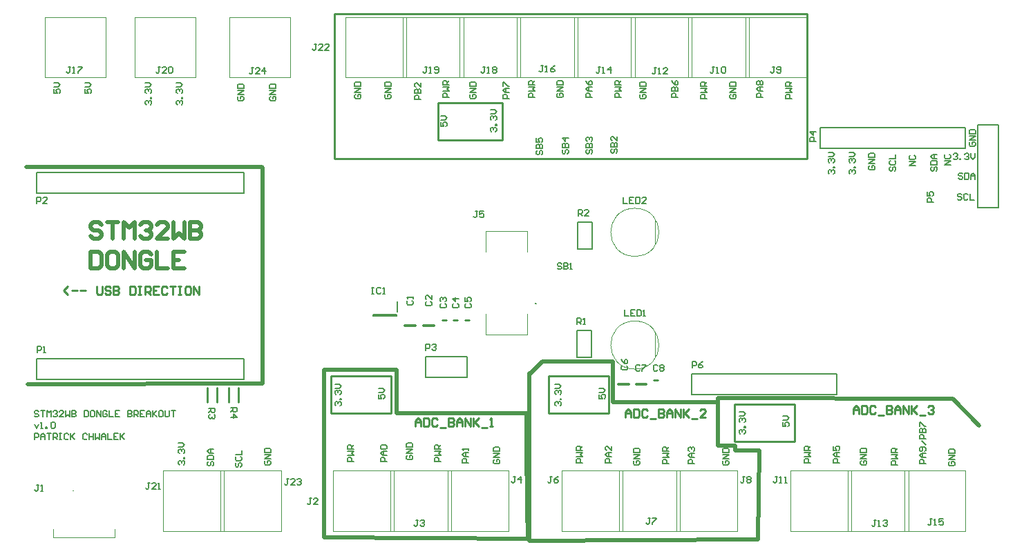
<source format=gto>
G04*
G04 #@! TF.GenerationSoftware,Altium Limited,Altium Designer,21.0.9 (235)*
G04*
G04 Layer_Color=65535*
%FSLAX25Y25*%
%MOIN*%
G70*
G04*
G04 #@! TF.SameCoordinates,A275BC4C-76E1-47BA-AFC5-B931A1449514*
G04*
G04*
G04 #@! TF.FilePolarity,Positive*
G04*
G01*
G75*
%ADD10C,0.00394*%
%ADD11C,0.00787*%
%ADD12C,0.01000*%
%ADD13C,0.02000*%
%ADD14C,0.01200*%
%ADD15C,0.00800*%
%ADD16C,0.00600*%
D10*
X392000Y234886D02*
G03*
X392000Y258114I0J11614D01*
G01*
D02*
G03*
X392000Y234886I0J-11614D01*
G01*
Y180386D02*
G03*
X392000Y203614I0J11614D01*
G01*
D02*
G03*
X392000Y180386I0J-11614D01*
G01*
X121327Y121476D02*
G03*
X120933Y121476I-197J0D01*
G01*
D02*
G03*
X121327Y121476I197J0D01*
G01*
X401842Y240595D02*
Y252406D01*
Y186094D02*
Y197906D01*
X474661Y321252D02*
Y350386D01*
X445331D02*
X474661D01*
X445331Y321252D02*
Y350386D01*
Y321252D02*
X474661D01*
X447102D02*
Y350386D01*
X417772D02*
X447102D01*
X417772Y321252D02*
Y350386D01*
Y321252D02*
X447102D01*
X419543D02*
Y350386D01*
X390213D02*
X419543D01*
X390213Y321252D02*
Y350386D01*
Y321252D02*
X419543D01*
X391984D02*
Y350386D01*
X362653D02*
X391984D01*
X362653Y321252D02*
Y350386D01*
Y321252D02*
X391984D01*
X364425D02*
Y350386D01*
X335094D02*
X364425D01*
X335094Y321252D02*
Y350386D01*
Y321252D02*
X364425D01*
X336866D02*
Y350386D01*
X307535D02*
X336866D01*
X307535Y321252D02*
Y350386D01*
Y321252D02*
X336866D01*
X309307D02*
Y350386D01*
X279976D02*
X309307D01*
X279976Y321252D02*
Y350386D01*
Y321252D02*
X309307D01*
X281748D02*
Y350386D01*
X252417D02*
X281748D01*
X252417Y321252D02*
Y350386D01*
Y321252D02*
X281748D01*
X225661D02*
Y350386D01*
X196331D02*
X225661D01*
X196331Y321252D02*
Y350386D01*
Y321252D02*
X225661D01*
X180161D02*
Y350386D01*
X150831D02*
X180161D01*
X150831Y321252D02*
Y350386D01*
Y321252D02*
X180161D01*
X136661D02*
Y350386D01*
X107331D02*
X136661D01*
X107331Y321252D02*
Y350386D01*
Y321252D02*
X136661D01*
X467031Y102114D02*
Y131248D01*
Y102114D02*
X496362D01*
Y131248D01*
X467031D02*
X496362D01*
X522150Y102114D02*
Y131248D01*
Y102114D02*
X551480D01*
Y131248D01*
X522150D02*
X551480D01*
X494591Y102114D02*
Y131248D01*
Y102114D02*
X523921D01*
Y131248D01*
X494591D02*
X523921D01*
X411913Y102114D02*
Y131248D01*
Y102114D02*
X441244D01*
Y131248D01*
X411913D02*
X441244D01*
X384354Y102114D02*
Y131248D01*
Y102114D02*
X413685D01*
Y131248D01*
X384354D02*
X413685D01*
X356795Y102114D02*
Y131248D01*
Y102114D02*
X386126D01*
Y131248D01*
X356795D02*
X386126D01*
X301677Y102114D02*
Y131248D01*
Y102114D02*
X331008D01*
Y131248D01*
X301677D02*
X331008D01*
X274118Y102114D02*
Y131248D01*
Y102114D02*
X303449D01*
Y131248D01*
X274118D02*
X303449D01*
X246559Y102114D02*
Y131248D01*
Y102114D02*
X275890D01*
Y131248D01*
X246559D02*
X275890D01*
X192118Y102114D02*
Y131248D01*
Y102114D02*
X221449D01*
Y131248D01*
X192118D02*
X221449D01*
X164559Y102114D02*
Y131248D01*
Y102114D02*
X193890D01*
Y131248D01*
X164559D02*
X193890D01*
X111484Y99035D02*
Y102972D01*
Y99035D02*
X141012D01*
Y102972D01*
X320138Y197000D02*
Y207000D01*
Y197000D02*
X340216Y197098D01*
Y207000D01*
X320138Y237000D02*
Y246902D01*
X340216Y247000D01*
Y237000D02*
Y247000D01*
D11*
X343957Y212000D02*
G03*
X344350Y212000I197J0D01*
G01*
D02*
G03*
X343957Y212000I-197J0D01*
G01*
X203500Y265500D02*
Y275500D01*
X103500Y265500D02*
X203500D01*
X103500D02*
Y275500D01*
X111000D01*
X203500D01*
X551500Y287000D02*
Y297000D01*
X481500Y287000D02*
X551500D01*
X481500D02*
Y297000D01*
X551500D01*
X557500Y258500D02*
X567500D01*
X557500D02*
Y298500D01*
X567500Y258500D02*
Y298500D01*
X557500D02*
X567500D01*
X419500Y178000D02*
X489500D01*
X419500Y168000D02*
Y178000D01*
Y168000D02*
X489500D01*
Y178000D01*
X111000Y185500D02*
X203500D01*
X103500D02*
X111000D01*
X103500Y175500D02*
Y185500D01*
Y175500D02*
X203500D01*
Y185500D01*
X277130Y206205D02*
Y206795D01*
X265870Y206205D02*
X277130D01*
X265870D02*
Y206795D01*
X277130D01*
X277504Y208173D02*
Y213094D01*
X291000Y176500D02*
Y186500D01*
X311000D01*
Y176500D02*
Y186500D01*
X291000Y176500D02*
X311000D01*
D12*
X440000Y145500D02*
X469000D01*
X440000Y163500D02*
X469000D01*
Y145500D02*
Y163500D01*
X440000Y145500D02*
Y163500D01*
X247000Y282000D02*
X475000D01*
X247000Y352000D02*
X475000D01*
Y282000D02*
Y352000D01*
X247000Y282000D02*
Y352000D01*
X297000Y291000D02*
X328000D01*
X297000Y309000D02*
X328000D01*
Y291000D02*
Y309000D01*
X297000Y291000D02*
Y309000D01*
X350500Y159000D02*
X379500D01*
X350500Y177000D02*
X379500D01*
Y159000D02*
Y177000D01*
X350500Y159000D02*
Y177000D01*
X245500Y159000D02*
X274500D01*
X245500Y177000D02*
X274500D01*
Y159000D02*
Y177000D01*
X245500Y159000D02*
Y177000D01*
X401000Y174999D02*
X403000D01*
X310000Y203999D02*
X312000D01*
X304500D02*
X306500D01*
X299000D02*
X301000D01*
X190362Y164457D02*
Y171543D01*
X185638Y164457D02*
Y171543D01*
X200862Y164457D02*
Y171543D01*
X196138Y164457D02*
Y171543D01*
X118499Y216500D02*
X116500Y218499D01*
X118499Y220499D01*
X120499Y218499D02*
X123164D01*
X124497D02*
X127163D01*
X132495Y220499D02*
Y217166D01*
X133161Y216500D01*
X134494D01*
X135161Y217166D01*
Y220499D01*
X139159Y219832D02*
X138493Y220499D01*
X137160D01*
X136494Y219832D01*
Y219166D01*
X137160Y218499D01*
X138493D01*
X139159Y217833D01*
Y217166D01*
X138493Y216500D01*
X137160D01*
X136494Y217166D01*
X140492Y220499D02*
Y216500D01*
X142492D01*
X143158Y217166D01*
Y217833D01*
X142492Y218499D01*
X140492D01*
X142492D01*
X143158Y219166D01*
Y219832D01*
X142492Y220499D01*
X140492D01*
X148490D02*
Y216500D01*
X150489D01*
X151155Y217166D01*
Y219832D01*
X150489Y220499D01*
X148490D01*
X152488D02*
X153821D01*
X153155D01*
Y216500D01*
X152488D01*
X153821D01*
X155821D02*
Y220499D01*
X157820D01*
X158486Y219832D01*
Y218499D01*
X157820Y217833D01*
X155821D01*
X157153D02*
X158486Y216500D01*
X162485Y220499D02*
X159819D01*
Y216500D01*
X162485D01*
X159819Y218499D02*
X161152D01*
X166484Y219832D02*
X165817Y220499D01*
X164485D01*
X163818Y219832D01*
Y217166D01*
X164485Y216500D01*
X165817D01*
X166484Y217166D01*
X167817Y220499D02*
X170483D01*
X169150D01*
Y216500D01*
X171816Y220499D02*
X173148D01*
X172482D01*
Y216500D01*
X171816D01*
X173148D01*
X177147Y220499D02*
X175814D01*
X175148Y219832D01*
Y217166D01*
X175814Y216500D01*
X177147D01*
X177814Y217166D01*
Y219832D01*
X177147Y220499D01*
X179147Y216500D02*
Y220499D01*
X181812Y216500D01*
Y220499D01*
X497500Y158667D02*
Y161332D01*
X498833Y162665D01*
X500166Y161332D01*
Y158667D01*
Y160666D01*
X497500D01*
X501499Y162665D02*
Y158667D01*
X503498D01*
X504165Y159333D01*
Y161999D01*
X503498Y162665D01*
X501499D01*
X508163Y161999D02*
X507497Y162665D01*
X506164D01*
X505497Y161999D01*
Y159333D01*
X506164Y158667D01*
X507497D01*
X508163Y159333D01*
X509496Y158000D02*
X512162D01*
X513495Y162665D02*
Y158667D01*
X515494D01*
X516161Y159333D01*
Y159999D01*
X515494Y160666D01*
X513495D01*
X515494D01*
X516161Y161332D01*
Y161999D01*
X515494Y162665D01*
X513495D01*
X517493Y158667D02*
Y161332D01*
X518826Y162665D01*
X520159Y161332D01*
Y158667D01*
Y160666D01*
X517493D01*
X521492Y158667D02*
Y162665D01*
X524158Y158667D01*
Y162665D01*
X525491D02*
Y158667D01*
Y159999D01*
X528157Y162665D01*
X526157Y160666D01*
X528157Y158667D01*
X529490Y158000D02*
X532156D01*
X533488Y161999D02*
X534155Y162665D01*
X535488D01*
X536154Y161999D01*
Y161332D01*
X535488Y160666D01*
X534821D01*
X535488D01*
X536154Y159999D01*
Y159333D01*
X535488Y158667D01*
X534155D01*
X533488Y159333D01*
X387500Y157167D02*
Y159832D01*
X388833Y161165D01*
X390166Y159832D01*
Y157167D01*
Y159166D01*
X387500D01*
X391499Y161165D02*
Y157167D01*
X393498D01*
X394164Y157833D01*
Y160499D01*
X393498Y161165D01*
X391499D01*
X398163Y160499D02*
X397497Y161165D01*
X396164D01*
X395497Y160499D01*
Y157833D01*
X396164Y157167D01*
X397497D01*
X398163Y157833D01*
X399496Y156500D02*
X402162D01*
X403495Y161165D02*
Y157167D01*
X405494D01*
X406161Y157833D01*
Y158499D01*
X405494Y159166D01*
X403495D01*
X405494D01*
X406161Y159832D01*
Y160499D01*
X405494Y161165D01*
X403495D01*
X407494Y157167D02*
Y159832D01*
X408826Y161165D01*
X410159Y159832D01*
Y157167D01*
Y159166D01*
X407494D01*
X411492Y157167D02*
Y161165D01*
X414158Y157167D01*
Y161165D01*
X415491D02*
Y157167D01*
Y158499D01*
X418157Y161165D01*
X416157Y159166D01*
X418157Y157167D01*
X419490Y156500D02*
X422156D01*
X426154Y157167D02*
X423488D01*
X426154Y159832D01*
Y160499D01*
X425488Y161165D01*
X424155D01*
X423488Y160499D01*
X286000Y152666D02*
Y155332D01*
X287333Y156665D01*
X288666Y155332D01*
Y152666D01*
Y154666D01*
X286000D01*
X289999Y156665D02*
Y152666D01*
X291998D01*
X292665Y153333D01*
Y155999D01*
X291998Y156665D01*
X289999D01*
X296663Y155999D02*
X295997Y156665D01*
X294664D01*
X293997Y155999D01*
Y153333D01*
X294664Y152666D01*
X295997D01*
X296663Y153333D01*
X297996Y152000D02*
X300662D01*
X301995Y156665D02*
Y152666D01*
X303994D01*
X304661Y153333D01*
Y153999D01*
X303994Y154666D01*
X301995D01*
X303994D01*
X304661Y155332D01*
Y155999D01*
X303994Y156665D01*
X301995D01*
X305994Y152666D02*
Y155332D01*
X307327Y156665D01*
X308659Y155332D01*
Y152666D01*
Y154666D01*
X305994D01*
X309992Y152666D02*
Y156665D01*
X312658Y152666D01*
Y156665D01*
X313991D02*
Y152666D01*
Y153999D01*
X316657Y156665D01*
X314657Y154666D01*
X316657Y152666D01*
X317990Y152000D02*
X320655D01*
X321988Y152666D02*
X323321D01*
X322655D01*
Y156665D01*
X321988Y155999D01*
D13*
X341197Y97469D02*
Y178500D01*
X98500Y278000D02*
X107518Y278040D01*
X212500Y173500D02*
Y277500D01*
X212047Y277953D02*
X212500Y277500D01*
X107606Y277953D02*
X212047D01*
X107518Y278040D02*
X107606Y277953D01*
X99000Y173000D02*
X212500Y173500D01*
X340125Y113628D02*
X340248Y98504D01*
X339756Y159000D02*
X339879Y143876D01*
X339879Y143876D01*
X277000Y159000D02*
X339756D01*
X277000D02*
Y180000D01*
X242000Y99000D02*
Y180000D01*
X277000D01*
X545500Y166000D02*
X558000Y153000D01*
X432000Y166500D02*
X545500Y166000D01*
X432000Y164500D02*
Y166500D01*
X347500Y184000D02*
X381500D01*
X341197Y177697D02*
X347500Y184000D01*
X341197Y177697D02*
Y178500D01*
X381500Y164500D02*
Y184000D01*
Y164500D02*
X432000D01*
Y143500D02*
Y164500D01*
Y143500D02*
X440500D01*
Y142500D02*
Y143500D01*
Y141000D02*
Y142500D01*
Y141000D02*
X452000D01*
X451500Y98000D02*
X452000Y141000D01*
X448500Y98000D02*
X451500D01*
X341197Y97469D02*
X448500Y98000D01*
X339879Y143876D02*
X340125Y113628D01*
X242000Y99000D02*
X340248Y98504D01*
X134832Y250061D02*
X133499Y251394D01*
X130833D01*
X129500Y250061D01*
Y248728D01*
X130833Y247396D01*
X133499D01*
X134832Y246063D01*
Y244730D01*
X133499Y243397D01*
X130833D01*
X129500Y244730D01*
X137497Y251394D02*
X142829D01*
X140163D01*
Y243397D01*
X145495D02*
Y251394D01*
X148161Y248728D01*
X150826Y251394D01*
Y243397D01*
X153492Y250061D02*
X154825Y251394D01*
X157491D01*
X158824Y250061D01*
Y248728D01*
X157491Y247396D01*
X156158D01*
X157491D01*
X158824Y246063D01*
Y244730D01*
X157491Y243397D01*
X154825D01*
X153492Y244730D01*
X166821Y243397D02*
X161490D01*
X166821Y248728D01*
Y250061D01*
X165488Y251394D01*
X162822D01*
X161490Y250061D01*
X169487Y251394D02*
Y243397D01*
X172153Y246063D01*
X174819Y243397D01*
Y251394D01*
X177485D02*
Y243397D01*
X181483D01*
X182816Y244730D01*
Y246063D01*
X181483Y247396D01*
X177485D01*
X181483D01*
X182816Y248728D01*
Y250061D01*
X181483Y251394D01*
X177485D01*
X129500Y236997D02*
Y229000D01*
X133499D01*
X134832Y230333D01*
Y235665D01*
X133499Y236997D01*
X129500D01*
X141496D02*
X138830D01*
X137497Y235665D01*
Y230333D01*
X138830Y229000D01*
X141496D01*
X142829Y230333D01*
Y235665D01*
X141496Y236997D01*
X145495Y229000D02*
Y236997D01*
X150826Y229000D01*
Y236997D01*
X158824Y235665D02*
X157491Y236997D01*
X154825D01*
X153492Y235665D01*
Y230333D01*
X154825Y229000D01*
X157491D01*
X158824Y230333D01*
Y232999D01*
X156158D01*
X161490Y236997D02*
Y229000D01*
X166821D01*
X174819Y236997D02*
X169487D01*
Y229000D01*
X174819D01*
X169487Y232999D02*
X172153D01*
D14*
X392579Y173000D02*
X397500D01*
X384079D02*
X389000D01*
X281040Y201501D02*
X285961D01*
X290039D02*
X294960D01*
D15*
X364000Y199000D02*
X371000D01*
Y186000D02*
Y199000D01*
X364000Y186000D02*
X371000D01*
X364000D02*
Y199000D01*
X364500Y251500D02*
X371500D01*
Y238500D02*
Y251500D01*
X364500Y238500D02*
X371500D01*
X364500D02*
Y251500D01*
X104299Y159837D02*
X103799Y160337D01*
X102800D01*
X102300Y159837D01*
Y159337D01*
X102800Y158837D01*
X103799D01*
X104299Y158337D01*
Y157837D01*
X103799Y157338D01*
X102800D01*
X102300Y157837D01*
X105299Y160337D02*
X107298D01*
X106299D01*
Y157338D01*
X108298D02*
Y160337D01*
X109298Y159337D01*
X110297Y160337D01*
Y157338D01*
X111297Y159837D02*
X111797Y160337D01*
X112797D01*
X113296Y159837D01*
Y159337D01*
X112797Y158837D01*
X112297D01*
X112797D01*
X113296Y158337D01*
Y157837D01*
X112797Y157338D01*
X111797D01*
X111297Y157837D01*
X116296Y157338D02*
X114296D01*
X116296Y159337D01*
Y159837D01*
X115796Y160337D01*
X114796D01*
X114296Y159837D01*
X117295Y160337D02*
Y157338D01*
X118295Y158337D01*
X119295Y157338D01*
Y160337D01*
X120294D02*
Y157338D01*
X121794D01*
X122293Y157837D01*
Y158337D01*
X121794Y158837D01*
X120294D01*
X121794D01*
X122293Y159337D01*
Y159837D01*
X121794Y160337D01*
X120294D01*
X126292D02*
Y157338D01*
X127792D01*
X128292Y157837D01*
Y159837D01*
X127792Y160337D01*
X126292D01*
X130791D02*
X129791D01*
X129291Y159837D01*
Y157837D01*
X129791Y157338D01*
X130791D01*
X131291Y157837D01*
Y159837D01*
X130791Y160337D01*
X132290Y157338D02*
Y160337D01*
X134290Y157338D01*
Y160337D01*
X137289Y159837D02*
X136789Y160337D01*
X135789D01*
X135289Y159837D01*
Y157837D01*
X135789Y157338D01*
X136789D01*
X137289Y157837D01*
Y158837D01*
X136289D01*
X138288Y160337D02*
Y157338D01*
X140288D01*
X143287Y160337D02*
X141287D01*
Y157338D01*
X143287D01*
X141287Y158837D02*
X142287D01*
X147285Y160337D02*
Y157338D01*
X148785D01*
X149285Y157837D01*
Y158337D01*
X148785Y158837D01*
X147285D01*
X148785D01*
X149285Y159337D01*
Y159837D01*
X148785Y160337D01*
X147285D01*
X150285Y157338D02*
Y160337D01*
X151784D01*
X152284Y159837D01*
Y158837D01*
X151784Y158337D01*
X150285D01*
X151284D02*
X152284Y157338D01*
X155283Y160337D02*
X153284D01*
Y157338D01*
X155283D01*
X153284Y158837D02*
X154283D01*
X156282Y157338D02*
Y159337D01*
X157282Y160337D01*
X158282Y159337D01*
Y157338D01*
Y158837D01*
X156282D01*
X159282Y160337D02*
Y157338D01*
Y158337D01*
X161281Y160337D01*
X159781Y158837D01*
X161281Y157338D01*
X163780Y160337D02*
X162780D01*
X162281Y159837D01*
Y157837D01*
X162780Y157338D01*
X163780D01*
X164280Y157837D01*
Y159837D01*
X163780Y160337D01*
X165280D02*
Y157837D01*
X165779Y157338D01*
X166779D01*
X167279Y157837D01*
Y160337D01*
X168279D02*
X170278D01*
X169278D01*
Y157338D01*
X102300Y153818D02*
X103300Y151819D01*
X104299Y153818D01*
X105299Y151819D02*
X106299D01*
X105799D01*
Y154818D01*
X105299Y154318D01*
X107798Y151819D02*
Y152319D01*
X108298D01*
Y151819D01*
X107798D01*
X110297Y154318D02*
X110797Y154818D01*
X111797D01*
X112297Y154318D01*
Y152319D01*
X111797Y151819D01*
X110797D01*
X110297Y152319D01*
Y154318D01*
X102300Y146300D02*
Y149299D01*
X103799D01*
X104299Y148799D01*
Y147800D01*
X103799Y147300D01*
X102300D01*
X105299Y146300D02*
Y148299D01*
X106299Y149299D01*
X107298Y148299D01*
Y146300D01*
Y147800D01*
X105299D01*
X108298Y149299D02*
X110297D01*
X109298D01*
Y146300D01*
X111297D02*
Y149299D01*
X112797D01*
X113296Y148799D01*
Y147800D01*
X112797Y147300D01*
X111297D01*
X112297D02*
X113296Y146300D01*
X114296Y149299D02*
X115296D01*
X114796D01*
Y146300D01*
X114296D01*
X115296D01*
X118795Y148799D02*
X118295Y149299D01*
X117295D01*
X116795Y148799D01*
Y146800D01*
X117295Y146300D01*
X118295D01*
X118795Y146800D01*
X119794Y149299D02*
Y146300D01*
Y147300D01*
X121794Y149299D01*
X120294Y147800D01*
X121794Y146300D01*
X127792Y148799D02*
X127292Y149299D01*
X126292D01*
X125792Y148799D01*
Y146800D01*
X126292Y146300D01*
X127292D01*
X127792Y146800D01*
X128791Y149299D02*
Y146300D01*
Y147800D01*
X130791D01*
Y149299D01*
Y146300D01*
X131790Y149299D02*
Y146300D01*
X132790Y147300D01*
X133790Y146300D01*
Y149299D01*
X134790Y146300D02*
Y148299D01*
X135789Y149299D01*
X136789Y148299D01*
Y146300D01*
Y147800D01*
X134790D01*
X137788Y149299D02*
Y146300D01*
X139788D01*
X142787Y149299D02*
X140788D01*
Y146300D01*
X142787D01*
X140788Y147800D02*
X141787D01*
X143787Y149299D02*
Y146300D01*
Y147300D01*
X145786Y149299D01*
X144286Y147800D01*
X145786Y146300D01*
D16*
X199901Y135099D02*
X199401Y134599D01*
Y133600D01*
X199901Y133100D01*
X200401D01*
X200901Y133600D01*
Y134599D01*
X201400Y135099D01*
X201900D01*
X202400Y134599D01*
Y133600D01*
X201900Y133100D01*
X199901Y138098D02*
X199401Y137599D01*
Y136599D01*
X199901Y136099D01*
X201900D01*
X202400Y136599D01*
Y137599D01*
X201900Y138098D01*
X199401Y139098D02*
X202400D01*
Y141097D01*
X544400Y279100D02*
X541401D01*
X544400Y281099D01*
X541401D01*
X541901Y284098D02*
X541401Y283598D01*
Y282599D01*
X541901Y282099D01*
X543900D01*
X544400Y282599D01*
Y283598D01*
X543900Y284098D01*
X527400Y278600D02*
X524401D01*
X527400Y280599D01*
X524401D01*
X524901Y283598D02*
X524401Y283099D01*
Y282099D01*
X524901Y281599D01*
X526900D01*
X527400Y282099D01*
Y283099D01*
X526900Y283598D01*
X103501Y260501D02*
Y263499D01*
X105000D01*
X105500Y263000D01*
Y262000D01*
X105000Y261500D01*
X103501D01*
X108499Y260501D02*
X106500D01*
X108499Y262500D01*
Y263000D01*
X107999Y263499D01*
X107000D01*
X106500Y263000D01*
X386502Y263551D02*
Y260552D01*
X388501D01*
X391500Y263551D02*
X389501D01*
Y260552D01*
X391500D01*
X389501Y262051D02*
X390500D01*
X392500Y263551D02*
Y260552D01*
X393999D01*
X394499Y261052D01*
Y263051D01*
X393999Y263551D01*
X392500D01*
X397498Y260552D02*
X395499D01*
X397498Y262551D01*
Y263051D01*
X396998Y263551D01*
X395999D01*
X395499Y263051D01*
X387002Y209051D02*
Y206052D01*
X389001D01*
X392000Y209051D02*
X390001D01*
Y206052D01*
X392000D01*
X390001Y207551D02*
X391000D01*
X393000Y209051D02*
Y206052D01*
X394499D01*
X394999Y206552D01*
Y208551D01*
X394499Y209051D01*
X393000D01*
X395999Y206052D02*
X396998D01*
X396498D01*
Y209051D01*
X395999Y208551D01*
X535401Y278099D02*
X534901Y277600D01*
Y276600D01*
X535401Y276100D01*
X535901D01*
X536401Y276600D01*
Y277600D01*
X536900Y278099D01*
X537400D01*
X537900Y277600D01*
Y276600D01*
X537400Y276100D01*
X534901Y279099D02*
X537900D01*
Y280598D01*
X537400Y281098D01*
X535401D01*
X534901Y280598D01*
Y279099D01*
X537900Y282098D02*
X535901D01*
X534901Y283098D01*
X535901Y284097D01*
X537900D01*
X536401D01*
Y282098D01*
X550099Y274599D02*
X549600Y275099D01*
X548600D01*
X548100Y274599D01*
Y274099D01*
X548600Y273600D01*
X549600D01*
X550099Y273100D01*
Y272600D01*
X549600Y272100D01*
X548600D01*
X548100Y272600D01*
X551099Y275099D02*
Y272100D01*
X552598D01*
X553098Y272600D01*
Y274599D01*
X552598Y275099D01*
X551099D01*
X554098Y272100D02*
Y274099D01*
X555098Y275099D01*
X556097Y274099D01*
Y272100D01*
Y273600D01*
X554098D01*
X549599Y264599D02*
X549099Y265099D01*
X548100D01*
X547600Y264599D01*
Y264099D01*
X548100Y263599D01*
X549099D01*
X549599Y263100D01*
Y262600D01*
X549099Y262100D01*
X548100D01*
X547600Y262600D01*
X552598Y264599D02*
X552099Y265099D01*
X551099D01*
X550599Y264599D01*
Y262600D01*
X551099Y262100D01*
X552099D01*
X552598Y262600D01*
X553598Y265099D02*
Y262100D01*
X555597D01*
X515401Y278099D02*
X514901Y277600D01*
Y276600D01*
X515401Y276100D01*
X515901D01*
X516400Y276600D01*
Y277600D01*
X516900Y278099D01*
X517400D01*
X517900Y277600D01*
Y276600D01*
X517400Y276100D01*
X515401Y281098D02*
X514901Y280598D01*
Y279599D01*
X515401Y279099D01*
X517400D01*
X517900Y279599D01*
Y280598D01*
X517400Y281098D01*
X514901Y282098D02*
X517900D01*
Y284097D01*
X126901Y315599D02*
Y313600D01*
X128401D01*
X127901Y314600D01*
Y315100D01*
X128401Y315599D01*
X129400D01*
X129900Y315100D01*
Y314100D01*
X129400Y313600D01*
X126901Y316599D02*
X128900D01*
X129900Y317599D01*
X128900Y318598D01*
X126901D01*
X111901Y315599D02*
Y313600D01*
X113400D01*
X112901Y314600D01*
Y315100D01*
X113400Y315599D01*
X114400D01*
X114900Y315100D01*
Y314100D01*
X114400Y313600D01*
X111901Y316599D02*
X113900D01*
X114900Y317599D01*
X113900Y318598D01*
X111901D01*
X532400Y134600D02*
X529401D01*
Y136100D01*
X529901Y136599D01*
X530900D01*
X531400Y136100D01*
Y134600D01*
X532400Y137599D02*
X530401D01*
X529401Y138599D01*
X530401Y139598D01*
X532400D01*
X530900D01*
Y137599D01*
X531900Y140598D02*
X532400Y141098D01*
Y142098D01*
X531900Y142597D01*
X529901D01*
X529401Y142098D01*
Y141098D01*
X529901Y140598D01*
X530401D01*
X530900Y141098D01*
Y142597D01*
X532400Y143597D02*
X530401Y145596D01*
X532400Y146596D02*
X529401D01*
Y148096D01*
X529901Y148595D01*
X530900D01*
X531400Y148096D01*
Y146596D01*
X529401Y149595D02*
X532400D01*
Y151095D01*
X531900Y151594D01*
X531400D01*
X530900Y151095D01*
Y149595D01*
Y151095D01*
X530401Y151594D01*
X529901D01*
X529401Y151095D01*
Y149595D01*
Y152594D02*
Y154594D01*
X529901D01*
X531900Y152594D01*
X532400D01*
X490900Y135100D02*
X487901D01*
Y136600D01*
X488401Y137099D01*
X489400D01*
X489900Y136600D01*
Y135100D01*
X490900Y138099D02*
X488901D01*
X487901Y139099D01*
X488901Y140098D01*
X490900D01*
X489400D01*
Y138099D01*
X487901Y143097D02*
Y141098D01*
X489400D01*
X488901Y142098D01*
Y142598D01*
X489400Y143097D01*
X490400D01*
X490900Y142598D01*
Y141598D01*
X490400Y141098D01*
X420900Y134600D02*
X417901D01*
Y136100D01*
X418401Y136599D01*
X419401D01*
X419900Y136100D01*
Y134600D01*
X420900Y137599D02*
X418901D01*
X417901Y138599D01*
X418901Y139598D01*
X420900D01*
X419401D01*
Y137599D01*
X418401Y140598D02*
X417901Y141098D01*
Y142098D01*
X418401Y142597D01*
X418901D01*
X419401Y142098D01*
Y141598D01*
Y142098D01*
X419900Y142597D01*
X420400D01*
X420900Y142098D01*
Y141098D01*
X420400Y140598D01*
X380900Y135100D02*
X377901D01*
Y136600D01*
X378401Y137099D01*
X379400D01*
X379900Y136600D01*
Y135100D01*
X380900Y138099D02*
X378901D01*
X377901Y139099D01*
X378901Y140098D01*
X380900D01*
X379400D01*
Y138099D01*
X380900Y143097D02*
Y141098D01*
X378901Y143097D01*
X378401D01*
X377901Y142598D01*
Y141598D01*
X378401Y141098D01*
X311900Y135100D02*
X308901D01*
Y136600D01*
X309401Y137099D01*
X310401D01*
X310900Y136600D01*
Y135100D01*
X311900Y138099D02*
X309901D01*
X308901Y139099D01*
X309901Y140098D01*
X311900D01*
X310401D01*
Y138099D01*
X311900Y141098D02*
Y142098D01*
Y141598D01*
X308901D01*
X309401Y141098D01*
X272400Y135600D02*
X269401D01*
Y137100D01*
X269901Y137599D01*
X270901D01*
X271400Y137100D01*
Y135600D01*
X272400Y138599D02*
X270401D01*
X269401Y139599D01*
X270401Y140598D01*
X272400D01*
X270901D01*
Y138599D01*
X269901Y141598D02*
X269401Y142098D01*
Y143098D01*
X269901Y143597D01*
X271900D01*
X272400Y143098D01*
Y142098D01*
X271900Y141598D01*
X269901D01*
X186401Y135599D02*
X185901Y135099D01*
Y134100D01*
X186401Y133600D01*
X186901D01*
X187400Y134100D01*
Y135099D01*
X187900Y135599D01*
X188400D01*
X188900Y135099D01*
Y134100D01*
X188400Y133600D01*
X185901Y136599D02*
X188900D01*
Y138099D01*
X188400Y138598D01*
X186401D01*
X185901Y138099D01*
Y136599D01*
X188900Y139598D02*
X186901D01*
X185901Y140598D01*
X186901Y141597D01*
X188900D01*
X187400D01*
Y139598D01*
X467900Y311100D02*
X464901D01*
Y312599D01*
X465401Y313099D01*
X466400D01*
X466900Y312599D01*
Y311100D01*
X464901Y314099D02*
X467900D01*
X466900Y315099D01*
X467900Y316098D01*
X464901D01*
X467900Y317098D02*
X464901D01*
Y318598D01*
X465401Y319097D01*
X466400D01*
X466900Y318598D01*
Y317098D01*
Y318098D02*
X467900Y319097D01*
X453900Y311600D02*
X450901D01*
Y313100D01*
X451401Y313599D01*
X452400D01*
X452900Y313100D01*
Y311600D01*
X453900Y314599D02*
X451901D01*
X450901Y315599D01*
X451901Y316598D01*
X453900D01*
X452400D01*
Y314599D01*
X451401Y317598D02*
X450901Y318098D01*
Y319098D01*
X451401Y319597D01*
X451901D01*
X452400Y319098D01*
X452900Y319597D01*
X453400D01*
X453900Y319098D01*
Y318098D01*
X453400Y317598D01*
X452900D01*
X452400Y318098D01*
X451901Y317598D01*
X451401D01*
X452400Y318098D02*
Y319098D01*
X412900Y311600D02*
X409901D01*
Y313100D01*
X410401Y313599D01*
X411401D01*
X411900Y313100D01*
Y311600D01*
X409901Y314599D02*
X412900D01*
Y316098D01*
X412400Y316598D01*
X411900D01*
X411401Y316098D01*
Y314599D01*
Y316098D01*
X410901Y316598D01*
X410401D01*
X409901Y316098D01*
Y314599D01*
Y319597D02*
X410401Y318598D01*
X411401Y317598D01*
X412400D01*
X412900Y318098D01*
Y319098D01*
X412400Y319597D01*
X411900D01*
X411401Y319098D01*
Y317598D01*
X371400Y311600D02*
X368401D01*
Y313100D01*
X368901Y313599D01*
X369900D01*
X370400Y313100D01*
Y311600D01*
X371400Y314599D02*
X369401D01*
X368401Y315599D01*
X369401Y316598D01*
X371400D01*
X369900D01*
Y314599D01*
X368401Y319597D02*
X368901Y318598D01*
X369900Y317598D01*
X370900D01*
X371400Y318098D01*
Y319098D01*
X370900Y319597D01*
X370400D01*
X369900Y319098D01*
Y317598D01*
X331400Y311100D02*
X328401D01*
Y312599D01*
X328901Y313099D01*
X329901D01*
X330400Y312599D01*
Y311100D01*
X331400Y314099D02*
X329401D01*
X328401Y315099D01*
X329401Y316098D01*
X331400D01*
X329901D01*
Y314099D01*
X328401Y317098D02*
Y319097D01*
X328901D01*
X330900Y317098D01*
X331400D01*
X288900Y310600D02*
X285901D01*
Y312100D01*
X286401Y312599D01*
X287401D01*
X287900Y312100D01*
Y310600D01*
X285901Y313599D02*
X288900D01*
Y315099D01*
X288400Y315598D01*
X287900D01*
X287401Y315099D01*
Y313599D01*
Y315099D01*
X286901Y315598D01*
X286401D01*
X285901Y315099D01*
Y313599D01*
X288900Y318597D02*
Y316598D01*
X286901Y318597D01*
X286401D01*
X285901Y318098D01*
Y317098D01*
X286401Y316598D01*
X426900Y311100D02*
X423901D01*
Y312599D01*
X424401Y313099D01*
X425400D01*
X425900Y312599D01*
Y311100D01*
X423901Y314099D02*
X426900D01*
X425900Y315099D01*
X426900Y316098D01*
X423901D01*
X426900Y317098D02*
X423901D01*
Y318598D01*
X424401Y319097D01*
X425400D01*
X425900Y318598D01*
Y317098D01*
Y318098D02*
X426900Y319097D01*
X385400Y311600D02*
X382401D01*
Y313100D01*
X382901Y313599D01*
X383900D01*
X384400Y313100D01*
Y311600D01*
X382401Y314599D02*
X385400D01*
X384400Y315599D01*
X385400Y316598D01*
X382401D01*
X385400Y317598D02*
X382401D01*
Y319098D01*
X382901Y319597D01*
X383900D01*
X384400Y319098D01*
Y317598D01*
Y318598D02*
X385400Y319597D01*
X343900Y311600D02*
X340901D01*
Y313100D01*
X341401Y313599D01*
X342401D01*
X342900Y313100D01*
Y311600D01*
X340901Y314599D02*
X343900D01*
X342900Y315599D01*
X343900Y316598D01*
X340901D01*
X343900Y317598D02*
X340901D01*
Y319098D01*
X341401Y319597D01*
X342401D01*
X342900Y319098D01*
Y317598D01*
Y318598D02*
X343900Y319597D01*
X302400Y311600D02*
X299401D01*
Y313100D01*
X299901Y313599D01*
X300901D01*
X301400Y313100D01*
Y311600D01*
X299401Y314599D02*
X302400D01*
X301400Y315599D01*
X302400Y316598D01*
X299401D01*
X302400Y317598D02*
X299401D01*
Y319098D01*
X299901Y319597D01*
X300901D01*
X301400Y319098D01*
Y317598D01*
Y318598D02*
X302400Y319597D01*
X463401Y154599D02*
Y152600D01*
X464900D01*
X464401Y153600D01*
Y154100D01*
X464900Y154599D01*
X465900D01*
X466400Y154100D01*
Y153100D01*
X465900Y152600D01*
X463401Y155599D02*
X465400D01*
X466400Y156599D01*
X465400Y157598D01*
X463401D01*
X374901Y168099D02*
Y166100D01*
X376400D01*
X375901Y167100D01*
Y167599D01*
X376400Y168099D01*
X377400D01*
X377900Y167599D01*
Y166600D01*
X377400Y166100D01*
X374901Y169099D02*
X376900D01*
X377900Y170099D01*
X376900Y171098D01*
X374901D01*
X268401Y168099D02*
Y166100D01*
X269900D01*
X269401Y167100D01*
Y167599D01*
X269900Y168099D01*
X270900D01*
X271400Y167599D01*
Y166600D01*
X270900Y166100D01*
X268401Y169099D02*
X270400D01*
X271400Y170099D01*
X270400Y171098D01*
X268401D01*
X298401Y299599D02*
Y297600D01*
X299901D01*
X299401Y298600D01*
Y299099D01*
X299901Y299599D01*
X300900D01*
X301400Y299099D01*
Y298100D01*
X300900Y297600D01*
X298401Y300599D02*
X300400D01*
X301400Y301599D01*
X300400Y302598D01*
X298401D01*
X322901Y295100D02*
X322401Y295600D01*
Y296600D01*
X322901Y297099D01*
X323401D01*
X323901Y296600D01*
Y296100D01*
Y296600D01*
X324400Y297099D01*
X324900D01*
X325400Y296600D01*
Y295600D01*
X324900Y295100D01*
X325400Y298099D02*
X324900D01*
Y298599D01*
X325400D01*
Y298099D01*
X322901Y300598D02*
X322401Y301098D01*
Y302098D01*
X322901Y302598D01*
X323401D01*
X323901Y302098D01*
Y301598D01*
Y302098D01*
X324400Y302598D01*
X324900D01*
X325400Y302098D01*
Y301098D01*
X324900Y300598D01*
X322401Y303597D02*
X324400D01*
X325400Y304597D01*
X324400Y305597D01*
X322401D01*
X442901Y149100D02*
X442401Y149600D01*
Y150600D01*
X442901Y151099D01*
X443401D01*
X443900Y150600D01*
Y150100D01*
Y150600D01*
X444400Y151099D01*
X444900D01*
X445400Y150600D01*
Y149600D01*
X444900Y149100D01*
X445400Y152099D02*
X444900D01*
Y152599D01*
X445400D01*
Y152099D01*
X442901Y154598D02*
X442401Y155098D01*
Y156098D01*
X442901Y156598D01*
X443401D01*
X443900Y156098D01*
Y155598D01*
Y156098D01*
X444400Y156598D01*
X444900D01*
X445400Y156098D01*
Y155098D01*
X444900Y154598D01*
X442401Y157597D02*
X444400D01*
X445400Y158597D01*
X444400Y159597D01*
X442401D01*
X353987Y162691D02*
X353487Y163191D01*
Y164191D01*
X353987Y164691D01*
X354486D01*
X354986Y164191D01*
Y163691D01*
Y164191D01*
X355486Y164691D01*
X355986D01*
X356486Y164191D01*
Y163191D01*
X355986Y162691D01*
X356486Y165690D02*
X355986D01*
Y166190D01*
X356486D01*
Y165690D01*
X353987Y168190D02*
X353487Y168690D01*
Y169689D01*
X353987Y170189D01*
X354486D01*
X354986Y169689D01*
Y169189D01*
Y169689D01*
X355486Y170189D01*
X355986D01*
X356486Y169689D01*
Y168690D01*
X355986Y168190D01*
X353487Y171189D02*
X355486D01*
X356486Y172188D01*
X355486Y173188D01*
X353487D01*
X247901Y162600D02*
X247401Y163100D01*
Y164100D01*
X247901Y164599D01*
X248401D01*
X248901Y164100D01*
Y163600D01*
Y164100D01*
X249400Y164599D01*
X249900D01*
X250400Y164100D01*
Y163100D01*
X249900Y162600D01*
X250400Y165599D02*
X249900D01*
Y166099D01*
X250400D01*
Y165599D01*
X247901Y168098D02*
X247401Y168598D01*
Y169598D01*
X247901Y170098D01*
X248401D01*
X248901Y169598D01*
Y169098D01*
Y169598D01*
X249400Y170098D01*
X249900D01*
X250400Y169598D01*
Y168598D01*
X249900Y168098D01*
X247401Y171097D02*
X249400D01*
X250400Y172097D01*
X249400Y173097D01*
X247401D01*
X256400Y135600D02*
X253401D01*
Y137100D01*
X253901Y137599D01*
X254901D01*
X255400Y137100D01*
Y135600D01*
X253401Y138599D02*
X256400D01*
X255400Y139599D01*
X256400Y140598D01*
X253401D01*
X256400Y141598D02*
X253401D01*
Y143098D01*
X253901Y143597D01*
X254901D01*
X255400Y143098D01*
Y141598D01*
Y142598D02*
X256400Y143597D01*
X298400Y135600D02*
X295401D01*
Y137100D01*
X295901Y137599D01*
X296901D01*
X297400Y137100D01*
Y135600D01*
X295401Y138599D02*
X298400D01*
X297400Y139599D01*
X298400Y140598D01*
X295401D01*
X298400Y141598D02*
X295401D01*
Y143098D01*
X295901Y143597D01*
X296901D01*
X297400Y143098D01*
Y141598D01*
Y142598D02*
X298400Y143597D01*
X366900Y135100D02*
X363901D01*
Y136600D01*
X364401Y137099D01*
X365401D01*
X365900Y136600D01*
Y135100D01*
X363901Y138099D02*
X366900D01*
X365900Y139099D01*
X366900Y140098D01*
X363901D01*
X366900Y141098D02*
X363901D01*
Y142598D01*
X364401Y143097D01*
X365401D01*
X365900Y142598D01*
Y141098D01*
Y142098D02*
X366900Y143097D01*
X408400Y134600D02*
X405401D01*
Y136100D01*
X405901Y136599D01*
X406901D01*
X407400Y136100D01*
Y134600D01*
X405401Y137599D02*
X408400D01*
X407400Y138599D01*
X408400Y139598D01*
X405401D01*
X408400Y140598D02*
X405401D01*
Y142098D01*
X405901Y142597D01*
X406901D01*
X407400Y142098D01*
Y140598D01*
Y141598D02*
X408400Y142597D01*
X476900Y135100D02*
X473901D01*
Y136600D01*
X474401Y137099D01*
X475400D01*
X475900Y136600D01*
Y135100D01*
X473901Y138099D02*
X476900D01*
X475900Y139099D01*
X476900Y140098D01*
X473901D01*
X476900Y141098D02*
X473901D01*
Y142598D01*
X474401Y143097D01*
X475400D01*
X475900Y142598D01*
Y141098D01*
Y142098D02*
X476900Y143097D01*
X543901Y135599D02*
X543401Y135099D01*
Y134100D01*
X543901Y133600D01*
X545900D01*
X546400Y134100D01*
Y135099D01*
X545900Y135599D01*
X544901D01*
Y134600D01*
X546400Y136599D02*
X543401D01*
X546400Y138598D01*
X543401D01*
Y139598D02*
X546400D01*
Y141098D01*
X545900Y141597D01*
X543901D01*
X543401Y141098D01*
Y139598D01*
X518900Y134100D02*
X515901D01*
Y135600D01*
X516401Y136099D01*
X517401D01*
X517900Y135600D01*
Y134100D01*
X515901Y137099D02*
X518900D01*
X517900Y138099D01*
X518900Y139098D01*
X515901D01*
X518900Y140098D02*
X515901D01*
Y141598D01*
X516401Y142097D01*
X517401D01*
X517900Y141598D01*
Y140098D01*
Y141098D02*
X518900Y142097D01*
X501401Y136099D02*
X500901Y135600D01*
Y134600D01*
X501401Y134100D01*
X503400D01*
X503900Y134600D01*
Y135600D01*
X503400Y136099D01*
X502400D01*
Y135100D01*
X503900Y137099D02*
X500901D01*
X503900Y139098D01*
X500901D01*
Y140098D02*
X503900D01*
Y141598D01*
X503400Y142097D01*
X501401D01*
X500901Y141598D01*
Y140098D01*
X434901Y136099D02*
X434401Y135600D01*
Y134600D01*
X434901Y134100D01*
X436900D01*
X437400Y134600D01*
Y135600D01*
X436900Y136099D01*
X435900D01*
Y135100D01*
X437400Y137099D02*
X434401D01*
X437400Y139098D01*
X434401D01*
Y140098D02*
X437400D01*
Y141598D01*
X436900Y142097D01*
X434901D01*
X434401Y141598D01*
Y140098D01*
X391901Y136099D02*
X391401Y135600D01*
Y134600D01*
X391901Y134100D01*
X393900D01*
X394400Y134600D01*
Y135600D01*
X393900Y136099D01*
X392900D01*
Y135100D01*
X394400Y137099D02*
X391401D01*
X394400Y139098D01*
X391401D01*
Y140098D02*
X394400D01*
Y141598D01*
X393900Y142097D01*
X391901D01*
X391401Y141598D01*
Y140098D01*
X324401Y136599D02*
X323901Y136100D01*
Y135100D01*
X324401Y134600D01*
X326400D01*
X326900Y135100D01*
Y136100D01*
X326400Y136599D01*
X325400D01*
Y135600D01*
X326900Y137599D02*
X323901D01*
X326900Y139598D01*
X323901D01*
Y140598D02*
X326900D01*
Y142098D01*
X326400Y142597D01*
X324401D01*
X323901Y142098D01*
Y140598D01*
X282401Y138599D02*
X281901Y138100D01*
Y137100D01*
X282401Y136600D01*
X284400D01*
X284900Y137100D01*
Y138100D01*
X284400Y138599D01*
X283401D01*
Y137600D01*
X284900Y139599D02*
X281901D01*
X284900Y141598D01*
X281901D01*
Y142598D02*
X284900D01*
Y144098D01*
X284400Y144597D01*
X282401D01*
X281901Y144098D01*
Y142598D01*
X213901Y136099D02*
X213401Y135600D01*
Y134600D01*
X213901Y134100D01*
X215900D01*
X216400Y134600D01*
Y135600D01*
X215900Y136099D01*
X214900D01*
Y135100D01*
X216400Y137099D02*
X213401D01*
X216400Y139098D01*
X213401D01*
Y140098D02*
X216400D01*
Y141598D01*
X215900Y142097D01*
X213901D01*
X213401Y141598D01*
Y140098D01*
X216401Y312099D02*
X215901Y311599D01*
Y310600D01*
X216401Y310100D01*
X218400D01*
X218900Y310600D01*
Y311599D01*
X218400Y312099D01*
X217401D01*
Y311100D01*
X218900Y313099D02*
X215901D01*
X218900Y315098D01*
X215901D01*
Y316098D02*
X218900D01*
Y317598D01*
X218400Y318097D01*
X216401D01*
X215901Y317598D01*
Y316098D01*
X200901Y312099D02*
X200401Y311599D01*
Y310600D01*
X200901Y310100D01*
X202900D01*
X203400Y310600D01*
Y311599D01*
X202900Y312099D01*
X201901D01*
Y311100D01*
X203400Y313099D02*
X200401D01*
X203400Y315098D01*
X200401D01*
Y316098D02*
X203400D01*
Y317598D01*
X202900Y318097D01*
X200901D01*
X200401Y317598D01*
Y316098D01*
X257401Y313099D02*
X256901Y312599D01*
Y311600D01*
X257401Y311100D01*
X259400D01*
X259900Y311600D01*
Y312599D01*
X259400Y313099D01*
X258401D01*
Y312100D01*
X259900Y314099D02*
X256901D01*
X259900Y316098D01*
X256901D01*
Y317098D02*
X259900D01*
Y318598D01*
X259400Y319097D01*
X257401D01*
X256901Y318598D01*
Y317098D01*
X271901Y313099D02*
X271401Y312599D01*
Y311600D01*
X271901Y311100D01*
X273900D01*
X274400Y311600D01*
Y312599D01*
X273900Y313099D01*
X272901D01*
Y312100D01*
X274400Y314099D02*
X271401D01*
X274400Y316098D01*
X271401D01*
Y317098D02*
X274400D01*
Y318598D01*
X273900Y319097D01*
X271901D01*
X271401Y318598D01*
Y317098D01*
X312901Y313099D02*
X312401Y312599D01*
Y311600D01*
X312901Y311100D01*
X314900D01*
X315400Y311600D01*
Y312599D01*
X314900Y313099D01*
X313900D01*
Y312100D01*
X315400Y314099D02*
X312401D01*
X315400Y316098D01*
X312401D01*
Y317098D02*
X315400D01*
Y318598D01*
X314900Y319097D01*
X312901D01*
X312401Y318598D01*
Y317098D01*
X354901Y313599D02*
X354401Y313100D01*
Y312100D01*
X354901Y311600D01*
X356900D01*
X357400Y312100D01*
Y313100D01*
X356900Y313599D01*
X355901D01*
Y312600D01*
X357400Y314599D02*
X354401D01*
X357400Y316598D01*
X354401D01*
Y317598D02*
X357400D01*
Y319098D01*
X356900Y319597D01*
X354901D01*
X354401Y319098D01*
Y317598D01*
X438401Y313099D02*
X437901Y312599D01*
Y311600D01*
X438401Y311100D01*
X440400D01*
X440900Y311600D01*
Y312599D01*
X440400Y313099D01*
X439400D01*
Y312100D01*
X440900Y314099D02*
X437901D01*
X440900Y316098D01*
X437901D01*
Y317098D02*
X440900D01*
Y318598D01*
X440400Y319097D01*
X438401D01*
X437901Y318598D01*
Y317098D01*
X394901Y313099D02*
X394401Y312599D01*
Y311600D01*
X394901Y311100D01*
X396900D01*
X397400Y311600D01*
Y312599D01*
X396900Y313099D01*
X395901D01*
Y312100D01*
X397400Y314099D02*
X394401D01*
X397400Y316098D01*
X394401D01*
Y317098D02*
X397400D01*
Y318598D01*
X396900Y319097D01*
X394901D01*
X394401Y318598D01*
Y317098D01*
X505401Y278599D02*
X504901Y278099D01*
Y277100D01*
X505401Y276600D01*
X507400D01*
X507900Y277100D01*
Y278099D01*
X507400Y278599D01*
X506400D01*
Y277600D01*
X507900Y279599D02*
X504901D01*
X507900Y281598D01*
X504901D01*
Y282598D02*
X507900D01*
Y284098D01*
X507400Y284597D01*
X505401D01*
X504901Y284098D01*
Y282598D01*
X553901Y290099D02*
X553401Y289599D01*
Y288600D01*
X553901Y288100D01*
X555900D01*
X556400Y288600D01*
Y289599D01*
X555900Y290099D01*
X554901D01*
Y289100D01*
X556400Y291099D02*
X553401D01*
X556400Y293098D01*
X553401D01*
Y294098D02*
X556400D01*
Y295598D01*
X555900Y296097D01*
X553901D01*
X553401Y295598D01*
Y294098D01*
X545600Y284099D02*
X546100Y284599D01*
X547099D01*
X547599Y284099D01*
Y283599D01*
X547099Y283100D01*
X546600D01*
X547099D01*
X547599Y282600D01*
Y282100D01*
X547099Y281600D01*
X546100D01*
X545600Y282100D01*
X548599Y281600D02*
Y282100D01*
X549099D01*
Y281600D01*
X548599D01*
X551098Y284099D02*
X551598Y284599D01*
X552598D01*
X553098Y284099D01*
Y283599D01*
X552598Y283100D01*
X552098D01*
X552598D01*
X553098Y282600D01*
Y282100D01*
X552598Y281600D01*
X551598D01*
X551098Y282100D01*
X554097Y284599D02*
Y282600D01*
X555097Y281600D01*
X556097Y282600D01*
Y284599D01*
X495901Y274600D02*
X495401Y275100D01*
Y276099D01*
X495901Y276599D01*
X496401D01*
X496901Y276099D01*
Y275600D01*
Y276099D01*
X497400Y276599D01*
X497900D01*
X498400Y276099D01*
Y275100D01*
X497900Y274600D01*
X498400Y277599D02*
X497900D01*
Y278099D01*
X498400D01*
Y277599D01*
X495901Y280098D02*
X495401Y280598D01*
Y281598D01*
X495901Y282098D01*
X496401D01*
X496901Y281598D01*
Y281098D01*
Y281598D01*
X497400Y282098D01*
X497900D01*
X498400Y281598D01*
Y280598D01*
X497900Y280098D01*
X495401Y283097D02*
X497400D01*
X498400Y284097D01*
X497400Y285097D01*
X495401D01*
X485901Y274600D02*
X485401Y275100D01*
Y276099D01*
X485901Y276599D01*
X486401D01*
X486901Y276099D01*
Y275600D01*
Y276099D01*
X487400Y276599D01*
X487900D01*
X488400Y276099D01*
Y275100D01*
X487900Y274600D01*
X488400Y277599D02*
X487900D01*
Y278099D01*
X488400D01*
Y277599D01*
X485901Y280098D02*
X485401Y280598D01*
Y281598D01*
X485901Y282098D01*
X486401D01*
X486901Y281598D01*
Y281098D01*
Y281598D01*
X487400Y282098D01*
X487900D01*
X488400Y281598D01*
Y280598D01*
X487900Y280098D01*
X485401Y283097D02*
X487400D01*
X488400Y284097D01*
X487400Y285097D01*
X485401D01*
X171401Y308100D02*
X170901Y308600D01*
Y309599D01*
X171401Y310099D01*
X171901D01*
X172400Y309599D01*
Y309100D01*
Y309599D01*
X172900Y310099D01*
X173400D01*
X173900Y309599D01*
Y308600D01*
X173400Y308100D01*
X173900Y311099D02*
X173400D01*
Y311599D01*
X173900D01*
Y311099D01*
X171401Y313598D02*
X170901Y314098D01*
Y315098D01*
X171401Y315598D01*
X171901D01*
X172400Y315098D01*
Y314598D01*
Y315098D01*
X172900Y315598D01*
X173400D01*
X173900Y315098D01*
Y314098D01*
X173400Y313598D01*
X170901Y316597D02*
X172900D01*
X173900Y317597D01*
X172900Y318597D01*
X170901D01*
X156401Y308100D02*
X155901Y308600D01*
Y309599D01*
X156401Y310099D01*
X156901D01*
X157401Y309599D01*
Y309100D01*
Y309599D01*
X157900Y310099D01*
X158400D01*
X158900Y309599D01*
Y308600D01*
X158400Y308100D01*
X158900Y311099D02*
X158400D01*
Y311599D01*
X158900D01*
Y311099D01*
X156401Y313598D02*
X155901Y314098D01*
Y315098D01*
X156401Y315598D01*
X156901D01*
X157401Y315098D01*
Y314598D01*
Y315098D01*
X157900Y315598D01*
X158400D01*
X158900Y315098D01*
Y314098D01*
X158400Y313598D01*
X155901Y316597D02*
X157900D01*
X158900Y317597D01*
X157900Y318597D01*
X155901D01*
X172401Y134100D02*
X171901Y134600D01*
Y135600D01*
X172401Y136099D01*
X172901D01*
X173400Y135600D01*
Y135100D01*
Y135600D01*
X173900Y136099D01*
X174400D01*
X174900Y135600D01*
Y134600D01*
X174400Y134100D01*
X174900Y137099D02*
X174400D01*
Y137599D01*
X174900D01*
Y137099D01*
X172401Y139598D02*
X171901Y140098D01*
Y141098D01*
X172401Y141598D01*
X172901D01*
X173400Y141098D01*
Y140598D01*
Y141098D01*
X173900Y141598D01*
X174400D01*
X174900Y141098D01*
Y140098D01*
X174400Y139598D01*
X171901Y142597D02*
X173900D01*
X174900Y143597D01*
X173900Y144597D01*
X171901D01*
X479499Y290501D02*
X476501D01*
Y292000D01*
X477000Y292500D01*
X478000D01*
X478500Y292000D01*
Y290501D01*
X479499Y294999D02*
X476501D01*
X478000Y293500D01*
Y295499D01*
X535999Y261001D02*
X533001D01*
Y262500D01*
X533500Y263000D01*
X534500D01*
X535000Y262500D01*
Y261001D01*
X533001Y265999D02*
Y264000D01*
X534500D01*
X534000Y265000D01*
Y265499D01*
X534500Y265999D01*
X535500D01*
X535999Y265499D01*
Y264500D01*
X535500Y264000D01*
X459500Y326500D02*
X458500D01*
X459000D01*
Y324000D01*
X458500Y323500D01*
X458001D01*
X457501Y324000D01*
X460500D02*
X461000Y323500D01*
X461999D01*
X462499Y324000D01*
Y326000D01*
X461999Y326500D01*
X461000D01*
X460500Y326000D01*
Y325500D01*
X461000Y325000D01*
X462499D01*
X430251Y326500D02*
X429251D01*
X429751D01*
Y324000D01*
X429251Y323500D01*
X428751D01*
X428251Y324000D01*
X431250Y323500D02*
X432250D01*
X431750D01*
Y326500D01*
X431250Y326000D01*
X433749D02*
X434249Y326500D01*
X435249D01*
X435749Y326000D01*
Y324000D01*
X435249Y323500D01*
X434249D01*
X433749Y324000D01*
Y326000D01*
X402251Y325999D02*
X401251D01*
X401751D01*
Y323500D01*
X401251Y323001D01*
X400751D01*
X400251Y323500D01*
X403250Y323001D02*
X404250D01*
X403750D01*
Y325999D01*
X403250Y325500D01*
X407749Y323001D02*
X405749D01*
X407749Y325000D01*
Y325500D01*
X407249Y325999D01*
X406249D01*
X405749Y325500D01*
X375251Y326500D02*
X374251D01*
X374751D01*
Y324000D01*
X374251Y323500D01*
X373751D01*
X373251Y324000D01*
X376250Y323500D02*
X377250D01*
X376750D01*
Y326500D01*
X376250Y326000D01*
X380249Y323500D02*
Y326500D01*
X378749Y325000D01*
X380749D01*
X347751Y326999D02*
X346751D01*
X347251D01*
Y324500D01*
X346751Y324001D01*
X346251D01*
X345751Y324500D01*
X348750Y324001D02*
X349750D01*
X349250D01*
Y326999D01*
X348750Y326500D01*
X353249Y326999D02*
X352249Y326500D01*
X351249Y325500D01*
Y324500D01*
X351749Y324001D01*
X352749D01*
X353249Y324500D01*
Y325000D01*
X352749Y325500D01*
X351249D01*
X319751Y326500D02*
X318751D01*
X319251D01*
Y324000D01*
X318751Y323500D01*
X318251D01*
X317751Y324000D01*
X320750Y323500D02*
X321750D01*
X321250D01*
Y326500D01*
X320750Y326000D01*
X323249D02*
X323749Y326500D01*
X324749D01*
X325249Y326000D01*
Y325500D01*
X324749Y325000D01*
X325249Y324500D01*
Y324000D01*
X324749Y323500D01*
X323749D01*
X323249Y324000D01*
Y324500D01*
X323749Y325000D01*
X323249Y325500D01*
Y326000D01*
X323749Y325000D02*
X324749D01*
X291751Y326500D02*
X290751D01*
X291251D01*
Y324000D01*
X290751Y323500D01*
X290251D01*
X289751Y324000D01*
X292750Y323500D02*
X293750D01*
X293250D01*
Y326500D01*
X292750Y326000D01*
X295249Y324000D02*
X295749Y323500D01*
X296749D01*
X297249Y324000D01*
Y326000D01*
X296749Y326500D01*
X295749D01*
X295249Y326000D01*
Y325500D01*
X295749Y325000D01*
X297249D01*
X238501Y337499D02*
X237501D01*
X238001D01*
Y335000D01*
X237501Y334501D01*
X237001D01*
X236501Y335000D01*
X241500Y334501D02*
X239500D01*
X241500Y336500D01*
Y337000D01*
X241000Y337499D01*
X240000D01*
X239500Y337000D01*
X244499Y334501D02*
X242499D01*
X244499Y336500D01*
Y337000D01*
X243999Y337499D01*
X242999D01*
X242499Y337000D01*
X208001Y325999D02*
X207001D01*
X207501D01*
Y323500D01*
X207001Y323001D01*
X206501D01*
X206001Y323500D01*
X211000Y323001D02*
X209000D01*
X211000Y325000D01*
Y325500D01*
X210500Y325999D01*
X209500D01*
X209000Y325500D01*
X213499Y323001D02*
Y325999D01*
X211999Y324500D01*
X213999D01*
X163001Y326500D02*
X162001D01*
X162501D01*
Y324000D01*
X162001Y323500D01*
X161501D01*
X161001Y324000D01*
X166000Y323500D02*
X164000D01*
X166000Y325500D01*
Y326000D01*
X165500Y326500D01*
X164500D01*
X164000Y326000D01*
X166999D02*
X167499Y326500D01*
X168499D01*
X168999Y326000D01*
Y324000D01*
X168499Y323500D01*
X167499D01*
X166999Y324000D01*
Y326000D01*
X119751Y326500D02*
X118751D01*
X119251D01*
Y324000D01*
X118751Y323500D01*
X118251D01*
X117751Y324000D01*
X120750Y323500D02*
X121750D01*
X121250D01*
Y326500D01*
X120750Y326000D01*
X123249Y326500D02*
X125249D01*
Y326000D01*
X123249Y324000D01*
Y323500D01*
X460750Y128499D02*
X459751D01*
X460251D01*
Y126000D01*
X459751Y125501D01*
X459251D01*
X458751Y126000D01*
X461750Y125501D02*
X462750D01*
X462250D01*
Y128499D01*
X461750Y128000D01*
X464249Y125501D02*
X465249D01*
X464749D01*
Y128499D01*
X464249Y128000D01*
X535251Y108000D02*
X534251D01*
X534751D01*
Y105500D01*
X534251Y105000D01*
X533751D01*
X533251Y105500D01*
X536250Y105000D02*
X537250D01*
X536750D01*
Y108000D01*
X536250Y107500D01*
X540749Y108000D02*
X538749D01*
Y106500D01*
X539749Y107000D01*
X540249D01*
X540749Y106500D01*
Y105500D01*
X540249Y105000D01*
X539249D01*
X538749Y105500D01*
X508397Y107519D02*
X507397D01*
X507897D01*
Y105020D01*
X507397Y104520D01*
X506897D01*
X506398Y105020D01*
X509397Y104520D02*
X510396D01*
X509897D01*
Y107519D01*
X509397Y107019D01*
X511896D02*
X512396Y107519D01*
X513395D01*
X513895Y107019D01*
Y106519D01*
X513395Y106020D01*
X512896D01*
X513395D01*
X513895Y105520D01*
Y105020D01*
X513395Y104520D01*
X512396D01*
X511896Y105020D01*
X445000Y128499D02*
X444000D01*
X444500D01*
Y126000D01*
X444000Y125501D01*
X443501D01*
X443001Y126000D01*
X446000Y128000D02*
X446500Y128499D01*
X447499D01*
X447999Y128000D01*
Y127500D01*
X447499Y127000D01*
X447999Y126500D01*
Y126000D01*
X447499Y125501D01*
X446500D01*
X446000Y126000D01*
Y126500D01*
X446500Y127000D01*
X446000Y127500D01*
Y128000D01*
X446500Y127000D02*
X447499D01*
X399500Y108500D02*
X398500D01*
X399000D01*
Y106000D01*
X398500Y105500D01*
X398001D01*
X397501Y106000D01*
X400500Y108500D02*
X402499D01*
Y108000D01*
X400500Y106000D01*
Y105500D01*
X352000Y128499D02*
X351000D01*
X351500D01*
Y126000D01*
X351000Y125501D01*
X350501D01*
X350001Y126000D01*
X354999Y128499D02*
X353999Y128000D01*
X353000Y127000D01*
Y126000D01*
X353500Y125501D01*
X354499D01*
X354999Y126000D01*
Y126500D01*
X354499Y127000D01*
X353000D01*
X334500Y128499D02*
X333501D01*
X334000D01*
Y126000D01*
X333501Y125501D01*
X333001D01*
X332501Y126000D01*
X336999Y125501D02*
Y128499D01*
X335500Y127000D01*
X337499D01*
X287500Y107500D02*
X286501D01*
X287000D01*
Y105000D01*
X286501Y104500D01*
X286001D01*
X285501Y105000D01*
X288500Y107000D02*
X289000Y107500D01*
X289999D01*
X290499Y107000D01*
Y106500D01*
X289999Y106000D01*
X289499D01*
X289999D01*
X290499Y105500D01*
Y105000D01*
X289999Y104500D01*
X289000D01*
X288500Y105000D01*
X236000Y117999D02*
X235000D01*
X235500D01*
Y115500D01*
X235000Y115000D01*
X234501D01*
X234001Y115500D01*
X238999Y115000D02*
X237000D01*
X238999Y117000D01*
Y117500D01*
X238499Y117999D01*
X237500D01*
X237000Y117500D01*
X225001Y127499D02*
X224001D01*
X224501D01*
Y125000D01*
X224001Y124501D01*
X223501D01*
X223001Y125000D01*
X228000Y124501D02*
X226000D01*
X228000Y126500D01*
Y127000D01*
X227500Y127499D01*
X226500D01*
X226000Y127000D01*
X228999D02*
X229499Y127499D01*
X230499D01*
X230999Y127000D01*
Y126500D01*
X230499Y126000D01*
X229999D01*
X230499D01*
X230999Y125500D01*
Y125000D01*
X230499Y124501D01*
X229499D01*
X228999Y125000D01*
X158001Y125499D02*
X157001D01*
X157501D01*
Y123000D01*
X157001Y122501D01*
X156501D01*
X156001Y123000D01*
X161000Y122501D02*
X159000D01*
X161000Y124500D01*
Y125000D01*
X160500Y125499D01*
X159500D01*
X159000Y125000D01*
X161999Y122501D02*
X162999D01*
X162499D01*
Y125499D01*
X161999Y125000D01*
X104500Y124499D02*
X103500D01*
X104000D01*
Y122000D01*
X103500Y121501D01*
X103000D01*
X102501Y122000D01*
X105500Y121501D02*
X106499D01*
X106000D01*
Y124499D01*
X105500Y124000D01*
X403040Y182000D02*
X402540Y182500D01*
X401540D01*
X401040Y182000D01*
Y180000D01*
X401540Y179500D01*
X402540D01*
X403040Y180000D01*
X404039Y182000D02*
X404539Y182500D01*
X405539D01*
X406039Y182000D01*
Y181500D01*
X405539Y181000D01*
X406039Y180500D01*
Y180000D01*
X405539Y179500D01*
X404539D01*
X404039Y180000D01*
Y180500D01*
X404539Y181000D01*
X404039Y181500D01*
Y182000D01*
X404539Y181000D02*
X405539D01*
X394540Y182000D02*
X394040Y182500D01*
X393040D01*
X392540Y182000D01*
Y180000D01*
X393040Y179500D01*
X394040D01*
X394540Y180000D01*
X395539Y182500D02*
X397539D01*
Y182000D01*
X395539Y180000D01*
Y179500D01*
X386040Y182000D02*
X385540Y181500D01*
Y180501D01*
X386040Y180001D01*
X388039D01*
X388539Y180501D01*
Y181500D01*
X388039Y182000D01*
X385540Y184999D02*
X386040Y184000D01*
X387039Y183000D01*
X388039D01*
X388539Y183500D01*
Y184499D01*
X388039Y184999D01*
X387539D01*
X387039Y184499D01*
Y183000D01*
X356599Y231099D02*
X356100Y231599D01*
X355100D01*
X354600Y231099D01*
Y230599D01*
X355100Y230100D01*
X356100D01*
X356599Y229600D01*
Y229100D01*
X356100Y228600D01*
X355100D01*
X354600Y229100D01*
X357599Y231599D02*
Y228600D01*
X359099D01*
X359598Y229100D01*
Y229600D01*
X359099Y230100D01*
X357599D01*
X359099D01*
X359598Y230599D01*
Y231099D01*
X359099Y231599D01*
X357599D01*
X360598Y228600D02*
X361598D01*
X361098D01*
Y231599D01*
X360598Y231099D01*
X419700Y181000D02*
Y183999D01*
X421200D01*
X421699Y183499D01*
Y182500D01*
X421200Y182000D01*
X419700D01*
X424698Y183999D02*
X423699Y183499D01*
X422699Y182500D01*
Y181500D01*
X423199Y181000D01*
X424198D01*
X424698Y181500D01*
Y182000D01*
X424198Y182500D01*
X422699D01*
X345000Y286001D02*
X344500Y285501D01*
Y284501D01*
X345000Y284001D01*
X345500D01*
X346000Y284501D01*
Y285501D01*
X346500Y286001D01*
X347000D01*
X347499Y285501D01*
Y284501D01*
X347000Y284001D01*
X344500Y287000D02*
X347499D01*
Y288500D01*
X347000Y289000D01*
X346500D01*
X346000Y288500D01*
Y287000D01*
Y288500D01*
X345500Y289000D01*
X345000D01*
X344500Y288500D01*
Y287000D01*
Y291999D02*
Y289999D01*
X346000D01*
X345500Y290999D01*
Y291499D01*
X346000Y291999D01*
X347000D01*
X347499Y291499D01*
Y290499D01*
X347000Y289999D01*
X357500Y286501D02*
X357000Y286001D01*
Y285001D01*
X357500Y284501D01*
X358000D01*
X358500Y285001D01*
Y286001D01*
X359000Y286501D01*
X359500D01*
X359999Y286001D01*
Y285001D01*
X359500Y284501D01*
X357000Y287500D02*
X359999D01*
Y289000D01*
X359500Y289500D01*
X359000D01*
X358500Y289000D01*
Y287500D01*
Y289000D01*
X358000Y289500D01*
X357500D01*
X357000Y289000D01*
Y287500D01*
X359999Y291999D02*
X357000D01*
X358500Y290499D01*
Y292499D01*
X369000Y286501D02*
X368500Y286001D01*
Y285001D01*
X369000Y284501D01*
X369500D01*
X370000Y285001D01*
Y286001D01*
X370500Y286501D01*
X371000D01*
X371499Y286001D01*
Y285001D01*
X371000Y284501D01*
X368500Y287500D02*
X371499D01*
Y289000D01*
X371000Y289500D01*
X370500D01*
X370000Y289000D01*
Y287500D01*
Y289000D01*
X369500Y289500D01*
X369000D01*
X368500Y289000D01*
Y287500D01*
X369000Y290499D02*
X368500Y290999D01*
Y291999D01*
X369000Y292499D01*
X369500D01*
X370000Y291999D01*
Y291499D01*
Y291999D01*
X370500Y292499D01*
X371000D01*
X371499Y291999D01*
Y290999D01*
X371000Y290499D01*
X381000Y286751D02*
X380501Y286251D01*
Y285251D01*
X381000Y284751D01*
X381500D01*
X382000Y285251D01*
Y286251D01*
X382500Y286751D01*
X383000D01*
X383500Y286251D01*
Y285251D01*
X383000Y284751D01*
X380501Y287750D02*
X383500D01*
Y289250D01*
X383000Y289750D01*
X382500D01*
X382000Y289250D01*
Y287750D01*
Y289250D01*
X381500Y289750D01*
X381000D01*
X380501Y289250D01*
Y287750D01*
X383500Y292749D02*
Y290749D01*
X381500Y292749D01*
X381000D01*
X380501Y292249D01*
Y291249D01*
X381000Y290749D01*
X197001Y161699D02*
X199999D01*
Y160200D01*
X199500Y159700D01*
X198500D01*
X198000Y160200D01*
Y161699D01*
Y160699D02*
X197001Y159700D01*
Y157201D02*
X199999D01*
X198500Y158700D01*
Y156701D01*
X186501Y161499D02*
X189499D01*
Y160000D01*
X189000Y159500D01*
X188000D01*
X187500Y160000D01*
Y161499D01*
Y160500D02*
X186501Y159500D01*
X189000Y158500D02*
X189499Y158000D01*
Y157001D01*
X189000Y156501D01*
X188500D01*
X188000Y157001D01*
Y157501D01*
Y157001D01*
X187500Y156501D01*
X187000D01*
X186501Y157001D01*
Y158000D01*
X187000Y158500D01*
X364700Y254500D02*
Y257499D01*
X366199D01*
X366699Y256999D01*
Y255999D01*
X366199Y255500D01*
X364700D01*
X365700D02*
X366699Y254500D01*
X369698D02*
X367699D01*
X369698Y256499D01*
Y256999D01*
X369198Y257499D01*
X368199D01*
X367699Y256999D01*
X364200Y202000D02*
Y204999D01*
X365700D01*
X366199Y204499D01*
Y203500D01*
X365700Y203000D01*
X364200D01*
X365200D02*
X366199Y202000D01*
X367199D02*
X368199D01*
X367699D01*
Y204999D01*
X367199Y204499D01*
X291200Y189500D02*
Y192499D01*
X292700D01*
X293199Y191999D01*
Y190999D01*
X292700Y190500D01*
X291200D01*
X294199Y191999D02*
X294699Y192499D01*
X295698D01*
X296198Y191999D01*
Y191499D01*
X295698Y190999D01*
X295199D01*
X295698D01*
X296198Y190500D01*
Y190000D01*
X295698Y189500D01*
X294699D01*
X294199Y190000D01*
X103700Y188500D02*
Y191499D01*
X105200D01*
X105699Y190999D01*
Y189999D01*
X105200Y189500D01*
X103700D01*
X106699Y188500D02*
X107699D01*
X107199D01*
Y191499D01*
X106699Y190999D01*
X316199Y256699D02*
X315200D01*
X315700D01*
Y254200D01*
X315200Y253700D01*
X314700D01*
X314200Y254200D01*
X319198Y256699D02*
X317199D01*
Y255200D01*
X318199Y255699D01*
X318699D01*
X319198Y255200D01*
Y254200D01*
X318699Y253700D01*
X317699D01*
X317199Y254200D01*
X265000Y219799D02*
X266000D01*
X265500D01*
Y216800D01*
X265000D01*
X266000D01*
X269498Y219299D02*
X268999Y219799D01*
X267999D01*
X267499Y219299D01*
Y217300D01*
X267999Y216800D01*
X268999D01*
X269498Y217300D01*
X270498Y216800D02*
X271498D01*
X270998D01*
Y219799D01*
X270498Y219299D01*
X310500Y212000D02*
X310000Y211500D01*
Y210501D01*
X310500Y210001D01*
X312500D01*
X313000Y210501D01*
Y211500D01*
X312500Y212000D01*
X310000Y214999D02*
Y213000D01*
X311500D01*
X311000Y214000D01*
Y214499D01*
X311500Y214999D01*
X312500D01*
X313000Y214499D01*
Y213500D01*
X312500Y213000D01*
X304500Y212000D02*
X304000Y211500D01*
Y210501D01*
X304500Y210001D01*
X306500D01*
X306999Y210501D01*
Y211500D01*
X306500Y212000D01*
X306999Y214499D02*
X304000D01*
X305500Y213000D01*
Y214999D01*
X298500Y212000D02*
X298001Y211500D01*
Y210501D01*
X298500Y210001D01*
X300500D01*
X300999Y210501D01*
Y211500D01*
X300500Y212000D01*
X298500Y213000D02*
X298001Y213500D01*
Y214499D01*
X298500Y214999D01*
X299000D01*
X299500Y214499D01*
Y214000D01*
Y214499D01*
X300000Y214999D01*
X300500D01*
X300999Y214499D01*
Y213500D01*
X300500Y213000D01*
X291500Y213000D02*
X291001Y212500D01*
Y211501D01*
X291500Y211001D01*
X293500D01*
X294000Y211501D01*
Y212500D01*
X293500Y213000D01*
X294000Y215999D02*
Y214000D01*
X292000Y215999D01*
X291500D01*
X291001Y215499D01*
Y214500D01*
X291500Y214000D01*
X282500Y213500D02*
X282000Y213000D01*
Y212000D01*
X282500Y211501D01*
X284500D01*
X284999Y212000D01*
Y213000D01*
X284500Y213500D01*
X284999Y214500D02*
Y215499D01*
Y215000D01*
X282000D01*
X282500Y214500D01*
M02*

</source>
